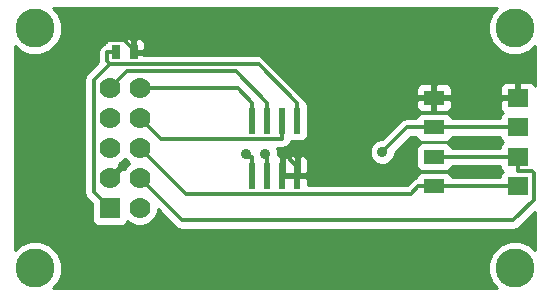
<source format=gtl>
G04 (created by PCBNEW-RS274X (2011-07-19)-testing) date Fri 10 Feb 2012 12:48:48 PM PST*
G01*
G70*
G90*
%MOIN*%
G04 Gerber Fmt 3.4, Leading zero omitted, Abs format*
%FSLAX34Y34*%
G04 APERTURE LIST*
%ADD10C,0.006000*%
%ADD11C,0.130000*%
%ADD12R,0.019700X0.088600*%
%ADD13R,0.025000X0.045000*%
%ADD14R,0.070000X0.070000*%
%ADD15C,0.070000*%
%ADD16R,0.070900X0.047200*%
%ADD17R,0.070900X0.059100*%
%ADD18C,0.035000*%
%ADD19C,0.012000*%
%ADD20C,0.010000*%
G04 APERTURE END LIST*
G54D10*
G54D11*
X67000Y-21000D03*
X51000Y-21000D03*
X67000Y-29000D03*
X51000Y-29000D03*
G54D12*
X58250Y-24085D03*
X58750Y-24085D03*
X59250Y-24085D03*
X59750Y-24085D03*
X58250Y-25916D03*
X58750Y-25916D03*
X59250Y-25916D03*
X59750Y-25916D03*
G54D13*
X53697Y-21800D03*
X54297Y-21800D03*
G54D14*
X53500Y-27000D03*
G54D15*
X54500Y-27000D03*
X53500Y-26000D03*
X54500Y-26000D03*
X53500Y-25000D03*
X54500Y-25000D03*
X53500Y-24000D03*
X54500Y-24000D03*
X53500Y-23000D03*
X54500Y-23000D03*
G54D16*
X64302Y-23324D03*
X64302Y-24308D03*
X64302Y-26276D03*
G54D17*
X67098Y-26276D03*
X67098Y-25292D03*
G54D16*
X64302Y-25292D03*
G54D17*
X67098Y-24308D03*
X67098Y-23324D03*
G54D18*
X58036Y-25192D03*
X58679Y-25191D03*
X62581Y-25132D03*
X53315Y-21411D03*
G54D19*
X53697Y-21800D02*
X53409Y-21800D01*
X59750Y-24085D02*
X59750Y-23479D01*
X52963Y-22726D02*
X53500Y-22189D01*
X52963Y-26463D02*
X52963Y-22726D01*
X53500Y-27000D02*
X52963Y-26463D01*
X58460Y-22189D02*
X53500Y-22189D01*
X59750Y-23479D02*
X58460Y-22189D01*
X53409Y-22098D02*
X53409Y-21800D01*
X53500Y-22189D02*
X53409Y-22098D01*
X59250Y-24085D02*
X59250Y-24691D01*
X55191Y-24691D02*
X54500Y-24000D01*
X59250Y-24691D02*
X55191Y-24691D01*
X58250Y-25916D02*
X58250Y-25310D01*
X58154Y-25310D02*
X58250Y-25310D01*
X58036Y-25192D02*
X58154Y-25310D01*
X58750Y-25262D02*
X58750Y-25916D01*
X58679Y-25191D02*
X58750Y-25262D01*
X54071Y-22429D02*
X53500Y-23000D01*
X57700Y-22429D02*
X54071Y-22429D01*
X58750Y-23479D02*
X57700Y-22429D01*
X58750Y-24085D02*
X58750Y-23479D01*
X57771Y-23000D02*
X58250Y-23479D01*
X54500Y-23000D02*
X57771Y-23000D01*
X58250Y-24085D02*
X58250Y-23479D01*
X67098Y-26276D02*
X64302Y-26276D01*
X56023Y-26523D02*
X54500Y-25000D01*
X63537Y-26523D02*
X56023Y-26523D01*
X63784Y-26276D02*
X63537Y-26523D01*
X64302Y-26276D02*
X63784Y-26276D01*
X64302Y-25292D02*
X67098Y-25292D01*
X55905Y-27405D02*
X54500Y-26000D01*
X66950Y-27405D02*
X55905Y-27405D01*
X67642Y-26713D02*
X66950Y-27405D01*
X67642Y-25836D02*
X67642Y-26713D01*
X67556Y-25750D02*
X67642Y-25836D01*
X67098Y-25750D02*
X67556Y-25750D01*
X67098Y-25292D02*
X67098Y-25750D01*
X67098Y-24308D02*
X64302Y-24308D01*
X63405Y-24308D02*
X62581Y-25132D01*
X64302Y-24308D02*
X63405Y-24308D01*
X67098Y-23324D02*
X64302Y-23324D01*
X64302Y-23324D02*
X63784Y-23324D01*
X58415Y-21800D02*
X60287Y-23672D01*
X54585Y-21800D02*
X58415Y-21800D01*
X63436Y-23672D02*
X63784Y-23324D01*
X60287Y-23672D02*
X63436Y-23672D01*
X60287Y-24773D02*
X59750Y-25310D01*
X60287Y-23672D02*
X60287Y-24773D01*
X59750Y-25916D02*
X59750Y-25613D01*
X59750Y-25613D02*
X59750Y-25310D01*
X59447Y-25310D02*
X59250Y-25310D01*
X59750Y-25613D02*
X59447Y-25310D01*
X59250Y-25916D02*
X59250Y-25310D01*
X54297Y-21800D02*
X54369Y-21800D01*
X54369Y-21800D02*
X54585Y-21800D01*
X53980Y-21411D02*
X53315Y-21411D01*
X54369Y-21800D02*
X53980Y-21411D01*
G54D10*
G36*
X54153Y-25500D02*
X53992Y-25661D01*
X53984Y-25680D01*
X53914Y-25657D01*
X53606Y-25965D01*
X53571Y-26000D01*
X53500Y-26071D01*
X53429Y-26000D01*
X53500Y-25929D01*
X53535Y-25894D01*
X53843Y-25586D01*
X53819Y-25515D01*
X53839Y-25508D01*
X54000Y-25347D01*
X54153Y-25500D01*
X54153Y-25500D01*
G37*
G54D20*
X54153Y-25500D02*
X53992Y-25661D01*
X53984Y-25680D01*
X53914Y-25657D01*
X53606Y-25965D01*
X53571Y-26000D01*
X53500Y-26071D01*
X53429Y-26000D01*
X53500Y-25929D01*
X53535Y-25894D01*
X53843Y-25586D01*
X53819Y-25515D01*
X53839Y-25508D01*
X54000Y-25347D01*
X54153Y-25500D01*
G54D10*
G36*
X67675Y-28402D02*
X67511Y-28238D01*
X67180Y-28100D01*
X66822Y-28100D01*
X66491Y-28237D01*
X66238Y-28489D01*
X66100Y-28820D01*
X66100Y-29178D01*
X66237Y-29509D01*
X66402Y-29675D01*
X51597Y-29675D01*
X51762Y-29511D01*
X51900Y-29180D01*
X51900Y-28822D01*
X51763Y-28491D01*
X51511Y-28238D01*
X51180Y-28100D01*
X50822Y-28100D01*
X50491Y-28237D01*
X50325Y-28402D01*
X50325Y-21597D01*
X50489Y-21762D01*
X50820Y-21900D01*
X51178Y-21900D01*
X51509Y-21763D01*
X51762Y-21511D01*
X51900Y-21180D01*
X51900Y-20822D01*
X51763Y-20491D01*
X51597Y-20325D01*
X66402Y-20325D01*
X66238Y-20489D01*
X66100Y-20820D01*
X66100Y-21178D01*
X66237Y-21509D01*
X66489Y-21762D01*
X66820Y-21900D01*
X67178Y-21900D01*
X67509Y-21763D01*
X67675Y-21597D01*
X67675Y-22917D01*
X67663Y-22888D01*
X67593Y-22818D01*
X67502Y-22780D01*
X67403Y-22780D01*
X67210Y-22779D01*
X67148Y-22841D01*
X67148Y-23224D01*
X67148Y-23274D01*
X67148Y-23374D01*
X67048Y-23374D01*
X67048Y-23274D01*
X67048Y-22841D01*
X66986Y-22779D01*
X66793Y-22780D01*
X66694Y-22780D01*
X66603Y-22818D01*
X66533Y-22888D01*
X66495Y-22980D01*
X66494Y-23212D01*
X66556Y-23274D01*
X67048Y-23274D01*
X67048Y-23374D01*
X66998Y-23374D01*
X66556Y-23374D01*
X66494Y-23436D01*
X66495Y-23668D01*
X66533Y-23760D01*
X66589Y-23816D01*
X66533Y-23872D01*
X66495Y-23963D01*
X66495Y-23998D01*
X64906Y-23998D01*
X64906Y-23436D01*
X64906Y-23212D01*
X64905Y-23039D01*
X64867Y-22947D01*
X64797Y-22877D01*
X64706Y-22839D01*
X64607Y-22839D01*
X64414Y-22838D01*
X64352Y-22900D01*
X64352Y-23274D01*
X64844Y-23274D01*
X64906Y-23212D01*
X64906Y-23436D01*
X64844Y-23374D01*
X64352Y-23374D01*
X64352Y-23748D01*
X64414Y-23810D01*
X64607Y-23809D01*
X64706Y-23809D01*
X64797Y-23771D01*
X64867Y-23701D01*
X64905Y-23609D01*
X64906Y-23436D01*
X64906Y-23998D01*
X64894Y-23998D01*
X64867Y-23931D01*
X64797Y-23861D01*
X64706Y-23823D01*
X64607Y-23823D01*
X64252Y-23823D01*
X64252Y-23748D01*
X64252Y-23374D01*
X64252Y-23274D01*
X64252Y-22900D01*
X64190Y-22838D01*
X63997Y-22839D01*
X63898Y-22839D01*
X63807Y-22877D01*
X63737Y-22947D01*
X63699Y-23039D01*
X63698Y-23212D01*
X63760Y-23274D01*
X64252Y-23274D01*
X64252Y-23374D01*
X63760Y-23374D01*
X63698Y-23436D01*
X63699Y-23609D01*
X63737Y-23701D01*
X63807Y-23771D01*
X63898Y-23809D01*
X63997Y-23809D01*
X64190Y-23810D01*
X64252Y-23748D01*
X64252Y-23823D01*
X63899Y-23823D01*
X63807Y-23861D01*
X63737Y-23931D01*
X63709Y-23998D01*
X63405Y-23998D01*
X63286Y-24022D01*
X63186Y-24089D01*
X62568Y-24707D01*
X62497Y-24707D01*
X62341Y-24771D01*
X62221Y-24891D01*
X62156Y-25047D01*
X62156Y-25216D01*
X62220Y-25372D01*
X62340Y-25492D01*
X62496Y-25557D01*
X62665Y-25557D01*
X62821Y-25493D01*
X62941Y-25373D01*
X63006Y-25217D01*
X63006Y-25145D01*
X63533Y-24618D01*
X63709Y-24618D01*
X63737Y-24685D01*
X63807Y-24755D01*
X63898Y-24793D01*
X63997Y-24793D01*
X64705Y-24793D01*
X64797Y-24755D01*
X64867Y-24685D01*
X64894Y-24618D01*
X66495Y-24618D01*
X66495Y-24652D01*
X66533Y-24744D01*
X66589Y-24800D01*
X66533Y-24856D01*
X66495Y-24947D01*
X66495Y-24982D01*
X64894Y-24982D01*
X64867Y-24915D01*
X64797Y-24845D01*
X64706Y-24807D01*
X64607Y-24807D01*
X63899Y-24807D01*
X63807Y-24845D01*
X63737Y-24915D01*
X63699Y-25006D01*
X63699Y-25105D01*
X63699Y-25577D01*
X63737Y-25669D01*
X63807Y-25739D01*
X63898Y-25777D01*
X63997Y-25777D01*
X64705Y-25777D01*
X64797Y-25739D01*
X64867Y-25669D01*
X64894Y-25602D01*
X66495Y-25602D01*
X66495Y-25636D01*
X66533Y-25728D01*
X66589Y-25784D01*
X66533Y-25840D01*
X66495Y-25931D01*
X66495Y-25966D01*
X64894Y-25966D01*
X64867Y-25899D01*
X64797Y-25829D01*
X64706Y-25791D01*
X64607Y-25791D01*
X63899Y-25791D01*
X63807Y-25829D01*
X63737Y-25899D01*
X63702Y-25982D01*
X63701Y-25982D01*
X63665Y-25990D01*
X63565Y-26057D01*
X63409Y-26213D01*
X60097Y-26213D01*
X60098Y-26028D01*
X60098Y-25804D01*
X60097Y-25522D01*
X60097Y-25423D01*
X60059Y-25332D01*
X59989Y-25262D01*
X59897Y-25224D01*
X59861Y-25223D01*
X59799Y-25285D01*
X59799Y-25866D01*
X60036Y-25866D01*
X60098Y-25804D01*
X60098Y-26028D01*
X60036Y-25966D01*
X59850Y-25966D01*
X59799Y-25966D01*
X59701Y-25966D01*
X59701Y-25866D01*
X59701Y-25285D01*
X59639Y-25223D01*
X59603Y-25224D01*
X59511Y-25262D01*
X59500Y-25273D01*
X59489Y-25262D01*
X59397Y-25224D01*
X59361Y-25223D01*
X59299Y-25285D01*
X59299Y-25866D01*
X59464Y-25866D01*
X59536Y-25866D01*
X59701Y-25866D01*
X59701Y-25966D01*
X59650Y-25966D01*
X59536Y-25966D01*
X59464Y-25966D01*
X59350Y-25966D01*
X59299Y-25966D01*
X59201Y-25966D01*
X59200Y-25966D01*
X59200Y-25866D01*
X59201Y-25866D01*
X59201Y-25285D01*
X59139Y-25223D01*
X59104Y-25223D01*
X59104Y-25107D01*
X59060Y-25001D01*
X59250Y-25001D01*
X59369Y-24977D01*
X59469Y-24910D01*
X59536Y-24810D01*
X59547Y-24754D01*
X59602Y-24777D01*
X59701Y-24777D01*
X59897Y-24777D01*
X59989Y-24739D01*
X60059Y-24669D01*
X60097Y-24578D01*
X60097Y-24479D01*
X60097Y-23593D01*
X60060Y-23503D01*
X60060Y-23479D01*
X60036Y-23361D01*
X60036Y-23360D01*
X59969Y-23260D01*
X58679Y-21970D01*
X58579Y-21903D01*
X58460Y-21879D01*
X54672Y-21879D01*
X54672Y-21688D01*
X54671Y-21624D01*
X54671Y-21525D01*
X54633Y-21434D01*
X54563Y-21364D01*
X54471Y-21326D01*
X54409Y-21325D01*
X54347Y-21387D01*
X54347Y-21750D01*
X54610Y-21750D01*
X54672Y-21688D01*
X54672Y-21879D01*
X54639Y-21879D01*
X54610Y-21850D01*
X54397Y-21850D01*
X54347Y-21850D01*
X54247Y-21850D01*
X54247Y-21750D01*
X54247Y-21700D01*
X54247Y-21387D01*
X54185Y-21325D01*
X54123Y-21326D01*
X54031Y-21364D01*
X53997Y-21398D01*
X53963Y-21364D01*
X53872Y-21326D01*
X53773Y-21326D01*
X53523Y-21326D01*
X53431Y-21364D01*
X53361Y-21434D01*
X53331Y-21505D01*
X53290Y-21514D01*
X53190Y-21581D01*
X53123Y-21681D01*
X53099Y-21800D01*
X53099Y-22098D01*
X53107Y-22142D01*
X52744Y-22507D01*
X52677Y-22607D01*
X52653Y-22726D01*
X52653Y-26463D01*
X52677Y-26582D01*
X52744Y-26682D01*
X52901Y-26839D01*
X52901Y-27399D01*
X52939Y-27491D01*
X53009Y-27561D01*
X53100Y-27599D01*
X53199Y-27599D01*
X53899Y-27599D01*
X53991Y-27561D01*
X54061Y-27491D01*
X54085Y-27432D01*
X54161Y-27508D01*
X54381Y-27599D01*
X54619Y-27599D01*
X54839Y-27508D01*
X55008Y-27339D01*
X55099Y-27119D01*
X55099Y-27037D01*
X55685Y-27624D01*
X55686Y-27624D01*
X55786Y-27691D01*
X55904Y-27714D01*
X55905Y-27715D01*
X66950Y-27715D01*
X67068Y-27691D01*
X67069Y-27691D01*
X67169Y-27624D01*
X67675Y-27118D01*
X67675Y-28402D01*
X67675Y-28402D01*
G37*
G54D20*
X67675Y-28402D02*
X67511Y-28238D01*
X67180Y-28100D01*
X66822Y-28100D01*
X66491Y-28237D01*
X66238Y-28489D01*
X66100Y-28820D01*
X66100Y-29178D01*
X66237Y-29509D01*
X66402Y-29675D01*
X51597Y-29675D01*
X51762Y-29511D01*
X51900Y-29180D01*
X51900Y-28822D01*
X51763Y-28491D01*
X51511Y-28238D01*
X51180Y-28100D01*
X50822Y-28100D01*
X50491Y-28237D01*
X50325Y-28402D01*
X50325Y-21597D01*
X50489Y-21762D01*
X50820Y-21900D01*
X51178Y-21900D01*
X51509Y-21763D01*
X51762Y-21511D01*
X51900Y-21180D01*
X51900Y-20822D01*
X51763Y-20491D01*
X51597Y-20325D01*
X66402Y-20325D01*
X66238Y-20489D01*
X66100Y-20820D01*
X66100Y-21178D01*
X66237Y-21509D01*
X66489Y-21762D01*
X66820Y-21900D01*
X67178Y-21900D01*
X67509Y-21763D01*
X67675Y-21597D01*
X67675Y-22917D01*
X67663Y-22888D01*
X67593Y-22818D01*
X67502Y-22780D01*
X67403Y-22780D01*
X67210Y-22779D01*
X67148Y-22841D01*
X67148Y-23224D01*
X67148Y-23274D01*
X67148Y-23374D01*
X67048Y-23374D01*
X67048Y-23274D01*
X67048Y-22841D01*
X66986Y-22779D01*
X66793Y-22780D01*
X66694Y-22780D01*
X66603Y-22818D01*
X66533Y-22888D01*
X66495Y-22980D01*
X66494Y-23212D01*
X66556Y-23274D01*
X67048Y-23274D01*
X67048Y-23374D01*
X66998Y-23374D01*
X66556Y-23374D01*
X66494Y-23436D01*
X66495Y-23668D01*
X66533Y-23760D01*
X66589Y-23816D01*
X66533Y-23872D01*
X66495Y-23963D01*
X66495Y-23998D01*
X64906Y-23998D01*
X64906Y-23436D01*
X64906Y-23212D01*
X64905Y-23039D01*
X64867Y-22947D01*
X64797Y-22877D01*
X64706Y-22839D01*
X64607Y-22839D01*
X64414Y-22838D01*
X64352Y-22900D01*
X64352Y-23274D01*
X64844Y-23274D01*
X64906Y-23212D01*
X64906Y-23436D01*
X64844Y-23374D01*
X64352Y-23374D01*
X64352Y-23748D01*
X64414Y-23810D01*
X64607Y-23809D01*
X64706Y-23809D01*
X64797Y-23771D01*
X64867Y-23701D01*
X64905Y-23609D01*
X64906Y-23436D01*
X64906Y-23998D01*
X64894Y-23998D01*
X64867Y-23931D01*
X64797Y-23861D01*
X64706Y-23823D01*
X64607Y-23823D01*
X64252Y-23823D01*
X64252Y-23748D01*
X64252Y-23374D01*
X64252Y-23274D01*
X64252Y-22900D01*
X64190Y-22838D01*
X63997Y-22839D01*
X63898Y-22839D01*
X63807Y-22877D01*
X63737Y-22947D01*
X63699Y-23039D01*
X63698Y-23212D01*
X63760Y-23274D01*
X64252Y-23274D01*
X64252Y-23374D01*
X63760Y-23374D01*
X63698Y-23436D01*
X63699Y-23609D01*
X63737Y-23701D01*
X63807Y-23771D01*
X63898Y-23809D01*
X63997Y-23809D01*
X64190Y-23810D01*
X64252Y-23748D01*
X64252Y-23823D01*
X63899Y-23823D01*
X63807Y-23861D01*
X63737Y-23931D01*
X63709Y-23998D01*
X63405Y-23998D01*
X63286Y-24022D01*
X63186Y-24089D01*
X62568Y-24707D01*
X62497Y-24707D01*
X62341Y-24771D01*
X62221Y-24891D01*
X62156Y-25047D01*
X62156Y-25216D01*
X62220Y-25372D01*
X62340Y-25492D01*
X62496Y-25557D01*
X62665Y-25557D01*
X62821Y-25493D01*
X62941Y-25373D01*
X63006Y-25217D01*
X63006Y-25145D01*
X63533Y-24618D01*
X63709Y-24618D01*
X63737Y-24685D01*
X63807Y-24755D01*
X63898Y-24793D01*
X63997Y-24793D01*
X64705Y-24793D01*
X64797Y-24755D01*
X64867Y-24685D01*
X64894Y-24618D01*
X66495Y-24618D01*
X66495Y-24652D01*
X66533Y-24744D01*
X66589Y-24800D01*
X66533Y-24856D01*
X66495Y-24947D01*
X66495Y-24982D01*
X64894Y-24982D01*
X64867Y-24915D01*
X64797Y-24845D01*
X64706Y-24807D01*
X64607Y-24807D01*
X63899Y-24807D01*
X63807Y-24845D01*
X63737Y-24915D01*
X63699Y-25006D01*
X63699Y-25105D01*
X63699Y-25577D01*
X63737Y-25669D01*
X63807Y-25739D01*
X63898Y-25777D01*
X63997Y-25777D01*
X64705Y-25777D01*
X64797Y-25739D01*
X64867Y-25669D01*
X64894Y-25602D01*
X66495Y-25602D01*
X66495Y-25636D01*
X66533Y-25728D01*
X66589Y-25784D01*
X66533Y-25840D01*
X66495Y-25931D01*
X66495Y-25966D01*
X64894Y-25966D01*
X64867Y-25899D01*
X64797Y-25829D01*
X64706Y-25791D01*
X64607Y-25791D01*
X63899Y-25791D01*
X63807Y-25829D01*
X63737Y-25899D01*
X63702Y-25982D01*
X63701Y-25982D01*
X63665Y-25990D01*
X63565Y-26057D01*
X63409Y-26213D01*
X60097Y-26213D01*
X60098Y-26028D01*
X60098Y-25804D01*
X60097Y-25522D01*
X60097Y-25423D01*
X60059Y-25332D01*
X59989Y-25262D01*
X59897Y-25224D01*
X59861Y-25223D01*
X59799Y-25285D01*
X59799Y-25866D01*
X60036Y-25866D01*
X60098Y-25804D01*
X60098Y-26028D01*
X60036Y-25966D01*
X59850Y-25966D01*
X59799Y-25966D01*
X59701Y-25966D01*
X59701Y-25866D01*
X59701Y-25285D01*
X59639Y-25223D01*
X59603Y-25224D01*
X59511Y-25262D01*
X59500Y-25273D01*
X59489Y-25262D01*
X59397Y-25224D01*
X59361Y-25223D01*
X59299Y-25285D01*
X59299Y-25866D01*
X59464Y-25866D01*
X59536Y-25866D01*
X59701Y-25866D01*
X59701Y-25966D01*
X59650Y-25966D01*
X59536Y-25966D01*
X59464Y-25966D01*
X59350Y-25966D01*
X59299Y-25966D01*
X59201Y-25966D01*
X59200Y-25966D01*
X59200Y-25866D01*
X59201Y-25866D01*
X59201Y-25285D01*
X59139Y-25223D01*
X59104Y-25223D01*
X59104Y-25107D01*
X59060Y-25001D01*
X59250Y-25001D01*
X59369Y-24977D01*
X59469Y-24910D01*
X59536Y-24810D01*
X59547Y-24754D01*
X59602Y-24777D01*
X59701Y-24777D01*
X59897Y-24777D01*
X59989Y-24739D01*
X60059Y-24669D01*
X60097Y-24578D01*
X60097Y-24479D01*
X60097Y-23593D01*
X60060Y-23503D01*
X60060Y-23479D01*
X60036Y-23361D01*
X60036Y-23360D01*
X59969Y-23260D01*
X58679Y-21970D01*
X58579Y-21903D01*
X58460Y-21879D01*
X54672Y-21879D01*
X54672Y-21688D01*
X54671Y-21624D01*
X54671Y-21525D01*
X54633Y-21434D01*
X54563Y-21364D01*
X54471Y-21326D01*
X54409Y-21325D01*
X54347Y-21387D01*
X54347Y-21750D01*
X54610Y-21750D01*
X54672Y-21688D01*
X54672Y-21879D01*
X54639Y-21879D01*
X54610Y-21850D01*
X54397Y-21850D01*
X54347Y-21850D01*
X54247Y-21850D01*
X54247Y-21750D01*
X54247Y-21700D01*
X54247Y-21387D01*
X54185Y-21325D01*
X54123Y-21326D01*
X54031Y-21364D01*
X53997Y-21398D01*
X53963Y-21364D01*
X53872Y-21326D01*
X53773Y-21326D01*
X53523Y-21326D01*
X53431Y-21364D01*
X53361Y-21434D01*
X53331Y-21505D01*
X53290Y-21514D01*
X53190Y-21581D01*
X53123Y-21681D01*
X53099Y-21800D01*
X53099Y-22098D01*
X53107Y-22142D01*
X52744Y-22507D01*
X52677Y-22607D01*
X52653Y-22726D01*
X52653Y-26463D01*
X52677Y-26582D01*
X52744Y-26682D01*
X52901Y-26839D01*
X52901Y-27399D01*
X52939Y-27491D01*
X53009Y-27561D01*
X53100Y-27599D01*
X53199Y-27599D01*
X53899Y-27599D01*
X53991Y-27561D01*
X54061Y-27491D01*
X54085Y-27432D01*
X54161Y-27508D01*
X54381Y-27599D01*
X54619Y-27599D01*
X54839Y-27508D01*
X55008Y-27339D01*
X55099Y-27119D01*
X55099Y-27037D01*
X55685Y-27624D01*
X55686Y-27624D01*
X55786Y-27691D01*
X55904Y-27714D01*
X55905Y-27715D01*
X66950Y-27715D01*
X67068Y-27691D01*
X67069Y-27691D01*
X67169Y-27624D01*
X67675Y-27118D01*
X67675Y-28402D01*
M02*

</source>
